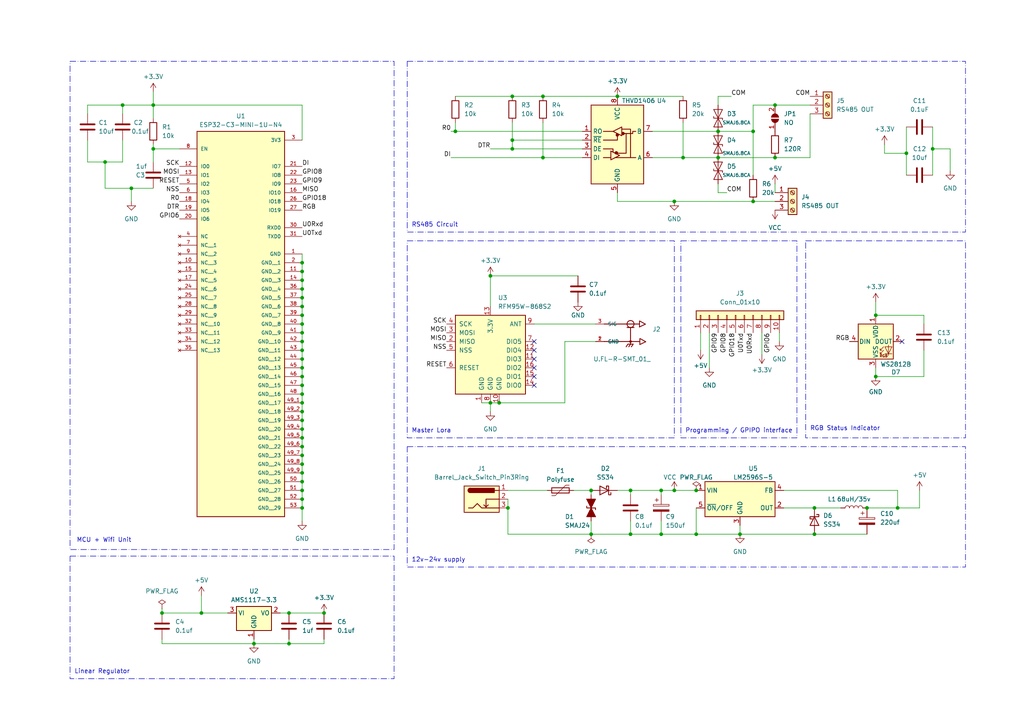
<source format=kicad_sch>
(kicad_sch (version 20250114) (generator "eeschema") (generator_version "9.0")
  (paper "A4")
  (title_block (title "Master Node") (date "2025-07-02") (company "PCBCUPID") (comment 1 "AUTHOR : SRINIVASAN M"))
  (lib_symbols
    (symbol "Connector:Barrel_Jack_Switch_Pin3Ring" (pin_names (hide yes))
      (property "Reference" "J" (at 0 5.334 0))
      (property "Value" "Barrel_Jack_Switch_Pin3Ring" (at 0 -5.08 0))
      (symbol "Barrel_Jack_Switch_Pin3Ring_1_1"
        (pin passive line (at 7.62 2.54 180) (length 2.54) (name "~") (number "1"))
        (pin passive line (at 7.62 0 180) (length 2.54) (name "~") (number "2"))
        (pin passive line (at 7.62 -2.54 180) (length 2.54) (name "~") (number "3"))
      )
    )
    (symbol "Connector:Screw_Terminal_01x03" (pin_names (offset 1.016) (hide yes))
      (property "Reference" "J" (at 0 5.08 0))
      (property "Value" "Screw_Terminal_01x03" (at 0 -5.08 0))
      (symbol "Screw_Terminal_01x03_1_1"
        (pin passive line (at -5.08 2.54 0) (length 3.81) (name "Pin_1") (number "1"))
        (pin passive line (at -5.08 0 0) (length 3.81) (name "Pin_2") (number "2"))
        (pin passive line (at -5.08 -2.54 0) (length 3.81) (name "Pin_3") (number "3"))
      )
    )
    (symbol "Connector_Generic:Conn_01x10" (pin_names (offset 1.016) (hide yes))
      (property "Reference" "J" (at 0 12.7 0))
      (property "Value" "Conn_01x10" (at 0 -15.24 0))
      (symbol "Conn_01x10_1_1"
        (pin passive line (at -5.08 10.16 0) (length 3.81) (name "Pin_1") (number "1"))
        (pin passive line (at -5.08 7.62 0) (length 3.81) (name "Pin_2") (number "2"))
        (pin passive line (at -5.08 5.08 0) (length 3.81) (name "Pin_3") (number "3"))
        (pin passive line (at -5.08 2.54 0) (length 3.81) (name "Pin_4") (number "4"))
        (pin passive line (at -5.08 0 0) (length 3.81) (name "Pin_5") (number "5"))
        (pin passive line (at -5.08 -2.54 0) (length 3.81) (name "Pin_6") (number "6"))
        (pin passive line (at -5.08 -5.08 0) (length 3.81) (name "Pin_7") (number "7"))
        (pin passive line (at -5.08 -7.62 0) (length 3.81) (name "Pin_8") (number "8"))
        (pin passive line (at -5.08 -10.16 0) (length 3.81) (name "Pin_9") (number "9"))
        (pin passive line (at -5.08 -12.7 0) (length 3.81) (name "Pin_10") (number "10"))
      )
    )
    (symbol "Device:C" (pin_numbers (hide yes)) (pin_names (offset 0.254))
      (property "Reference" "C" (at 0.635 2.54 0))
      (property "Value" "C" (at 0.635 -2.54 0))
      (symbol "C_1_1"
        (pin passive line (at 0 3.81 270) (length 2.794) (name "~") (number "1"))
        (pin passive line (at 0 -3.81 90) (length 2.794) (name "~") (number "2"))
      )
    )
    (symbol "Device:C_Polarized" (pin_numbers (hide yes)) (pin_names (offset 0.254))
      (property "Reference" "C" (at 0.635 2.54 0))
      (property "Value" "C_Polarized" (at 0.635 -2.54 0))
      (symbol "C_Polarized_1_1"
        (pin passive line (at 0 3.81 270) (length 2.794) (name "~") (number "1"))
        (pin passive line (at 0 -3.81 90) (length 2.794) (name "~") (number "2"))
      )
    )
    (symbol "Device:D_Schottky" (pin_numbers (hide yes)) (pin_names (offset 1.016) (hide yes))
      (property "Reference" "D" (at 0 2.54 0))
      (property "Value" "D_Schottky" (at 0 -2.54 0))
      (symbol "D_Schottky_1_1"
        (pin passive line (at -3.81 0 0) (length 2.54) (name "K") (number "1"))
        (pin passive line (at 3.81 0 180) (length 2.54) (name "A") (number "2"))
      )
    )
    (symbol "Device:D_TVS_Filled" (pin_numbers (hide yes)) (pin_names (offset 1.016) (hide yes))
      (property "Reference" "D" (at 0 2.54 0))
      (property "Value" "D_TVS_Filled" (at 0 -2.54 0))
      (symbol "D_TVS_Filled_1_1"
        (pin passive line (at -3.81 0 0) (length 2.54) (name "A1") (number "1"))
        (pin passive line (at 3.81 0 180) (length 2.54) (name "A2") (number "2"))
      )
    )
    (symbol "Device:L" (pin_numbers (hide yes)) (pin_names (offset 1.016) (hide yes))
      (property "Reference" "L" (at -1.27 0 90))
      (property "Value" "L" (at 1.905 0 90))
      (symbol "L_1_1"
        (pin passive line (at 0 3.81 270) (length 1.27) (name "1") (number "1"))
        (pin passive line (at 0 -3.81 90) (length 1.27) (name "2") (number "2"))
      )
    )
    (symbol "Device:Polyfuse" (pin_numbers (hide yes)) (pin_names (offset 0))
      (property "Reference" "F" (at -2.54 0 90))
      (property "Value" "Polyfuse" (at 2.54 0 90))
      (symbol "Polyfuse_1_1"
        (pin passive line (at 0 3.81 270) (length 1.27) (name "~") (number "1"))
        (pin passive line (at 0 -3.81 90) (length 1.27) (name "~") (number "2"))
      )
    )
    (symbol "Device:R" (pin_numbers (hide yes)) (pin_names (offset 0))
      (property "Reference" "R" (at 2.032 0 90))
      (property "Value" "R" (at 0 0 90))
      (symbol "R_1_1"
        (pin passive line (at 0 3.81 270) (length 1.27) (name "~") (number "1"))
        (pin passive line (at 0 -3.81 90) (length 1.27) (name "~") (number "2"))
      )
    )
    (symbol "Diode:1N5822" (pin_numbers (hide yes)) (pin_names (offset 1.016) (hide yes))
      (property "Reference" "D" (at 0 2.54 0))
      (property "Value" "1N5822" (at 0 -2.54 0))
      (symbol "1N5822_1_1"
        (pin passive line (at -3.81 0 0) (length 2.54) (name "K") (number "1"))
        (pin passive line (at 3.81 0 180) (length 2.54) (name "A") (number "2"))
      )
    )
    (symbol "Diode:SMAJ6.5CA" (pin_numbers (hide yes)) (pin_names (offset 1.016) (hide yes))
      (property "Reference" "D" (at 0 2.54 0))
      (property "Value" "SMAJ6.5CA" (at 0 -2.54 0))
      (symbol "SMAJ6.5CA_1_1"
        (pin passive line (at -3.81 0 0) (length 2.54) (name "A1") (number "1"))
        (pin passive line (at 3.81 0 180) (length 2.54) (name "A2") (number "2"))
      )
    )
    (symbol "ESP32-C3-MINI-1U-N4:ESP32-C3-MINI-1U-N4" (pin_names (offset 1.016))
      (property "Reference" "U" (at -12.7 18.796 0))
      (property "Value" "ESP32-C3-MINI-1U-N4" (at -12.7 -96.52 0))
      (symbol "ESP32-C3-MINI-1U-N4_0_0"
        (pin input line (at -17.78 12.7 0) (length 5.08) (name "EN") (number "8"))
        (pin bidirectional line (at -17.78 7.62 0) (length 5.08) (name "IO0") (number "12"))
        (pin bidirectional line (at -17.78 5.08 0) (length 5.08) (name "IO1") (number "13"))
        (pin bidirectional line (at -17.78 2.54 0) (length 5.08) (name "IO2") (number "5"))
        (pin bidirectional line (at -17.78 0 0) (length 5.08) (name "IO3") (number "6"))
        (pin bidirectional line (at -17.78 -2.54 0) (length 5.08) (name "IO4") (number "18"))
        (pin bidirectional line (at -17.78 -5.08 0) (length 5.08) (name "IO5") (number "19"))
        (pin bidirectional line (at -17.78 -7.62 0) (length 5.08) (name "IO6") (number "20"))
        (pin no_connect line (at -17.78 -12.7 0) (length 5.08) (name "NC") (number "4"))
        (pin no_connect line (at -17.78 -15.24 0) (length 5.08) (name "NC__1") (number "7"))
        (pin no_connect line (at -17.78 -17.78 0) (length 5.08) (name "NC__2") (number "9"))
        (pin no_connect line (at -17.78 -20.32 0) (length 5.08) (name "NC__3") (number "10"))
        (pin no_connect line (at -17.78 -22.86 0) (length 5.08) (name "NC__4") (number "15"))
        (pin no_connect line (at -17.78 -25.4 0) (length 5.08) (name "NC__5") (number "17"))
        (pin no_connect line (at -17.78 -27.94 0) (length 5.08) (name "NC__6") (number "24"))
        (pin no_connect line (at -17.78 -30.48 0) (length 5.08) (name "NC__7") (number "25"))
        (pin no_connect line (at -17.78 -33.02 0) (length 5.08) (name "NC__8") (number "28"))
        (pin no_connect line (at -17.78 -35.56 0) (length 5.08) (name "NC__9") (number "29"))
        (pin no_connect line (at -17.78 -38.1 0) (length 5.08) (name "NC__10") (number "32"))
        (pin no_connect line (at -17.78 -40.64 0) (length 5.08) (name "NC__11") (number "33"))
        (pin no_connect line (at -17.78 -43.18 0) (length 5.08) (name "NC__12") (number "34"))
        (pin no_connect line (at -17.78 -45.72 0) (length 5.08) (name "NC__13") (number "35"))
        (pin power_in line (at 17.78 15.24 180) (length 5.08) (name "3V3") (number "3"))
        (pin bidirectional line (at 17.78 7.62 180) (length 5.08) (name "IO7") (number "21"))
        (pin bidirectional line (at 17.78 5.08 180) (length 5.08) (name "IO8") (number "22"))
        (pin bidirectional line (at 17.78 2.54 180) (length 5.08) (name "IO9") (number "23"))
        (pin bidirectional line (at 17.78 0 180) (length 5.08) (name "IO10") (number "16"))
        (pin bidirectional line (at 17.78 -2.54 180) (length 5.08) (name "IO18") (number "26"))
        (pin bidirectional line (at 17.78 -5.08 180) (length 5.08) (name "IO19") (number "27"))
        (pin bidirectional line (at 17.78 -10.16 180) (length 5.08) (name "RXD0") (number "30"))
        (pin bidirectional line (at 17.78 -12.7 180) (length 5.08) (name "TXD0") (number "31"))
        (pin power_in line (at 17.78 -17.78 180) (length 5.08) (name "GND") (number "1"))
        (pin power_in line (at 17.78 -20.32 180) (length 5.08) (name "GND__1") (number "2"))
        (pin power_in line (at 17.78 -22.86 180) (length 5.08) (name "GND__2") (number "11"))
        (pin power_in line (at 17.78 -25.4 180) (length 5.08) (name "GND__3") (number "14"))
        (pin power_in line (at 17.78 -27.94 180) (length 5.08) (name "GND__4") (number "36"))
        (pin power_in line (at 17.78 -30.48 180) (length 5.08) (name "GND__5") (number "37"))
        (pin power_in line (at 17.78 -33.02 180) (length 5.08) (name "GND__6") (number "38"))
        (pin power_in line (at 17.78 -35.56 180) (length 5.08) (name "GND__7") (number "39"))
        (pin power_in line (at 17.78 -38.1 180) (length 5.08) (name "GND__8") (number "40"))
        (pin power_in line (at 17.78 -40.64 180) (length 5.08) (name "GND__9") (number "41"))
        (pin power_in line (at 17.78 -43.18 180) (length 5.08) (name "GND__10") (number "42"))
        (pin power_in line (at 17.78 -45.72 180) (length 5.08) (name "GND__11") (number "43"))
        (pin power_in line (at 17.78 -48.26 180) (length 5.08) (name "GND__12") (number "44"))
        (pin power_in line (at 17.78 -50.8 180) (length 5.08) (name "GND__13") (number "45"))
        (pin power_in line (at 17.78 -53.34 180) (length 5.08) (name "GND__14") (number "46"))
        (pin power_in line (at 17.78 -55.88 180) (length 5.08) (name "GND__15") (number "47"))
        (pin power_in line (at 17.78 -58.42 180) (length 5.08) (name "GND__16") (number "48"))
        (pin power_in line (at 17.78 -60.96 180) (length 5.08) (name "GND__17") (number "49_1"))
        (pin power_in line (at 17.78 -63.5 180) (length 5.08) (name "GND__18") (number "49_2"))
        (pin power_in line (at 17.78 -66.04 180) (length 5.08) (name "GND__19") (number "49_3"))
        (pin power_in line (at 17.78 -68.58 180) (length 5.08) (name "GND__20") (number "49_4"))
        (pin power_in line (at 17.78 -71.12 180) (length 5.08) (name "GND__21") (number "49_5"))
        (pin power_in line (at 17.78 -73.66 180) (length 5.08) (name "GND__22") (number "49_6"))
        (pin power_in line (at 17.78 -76.2 180) (length 5.08) (name "GND__23") (number "49_7"))
        (pin power_in line (at 17.78 -78.74 180) (length 5.08) (name "GND__24") (number "49_8"))
        (pin power_in line (at 17.78 -81.28 180) (length 5.08) (name "GND__25") (number "49_9"))
        (pin power_in line (at 17.78 -83.82 180) (length 5.08) (name "GND__26") (number "50"))
        (pin power_in line (at 17.78 -86.36 180) (length 5.08) (name "GND__27") (number "51"))
        (pin power_in line (at 17.78 -88.9 180) (length 5.08) (name "GND__28") (number "52"))
        (pin power_in line (at 17.78 -91.44 180) (length 5.08) (name "GND__29") (number "53"))
      )
    )
    (symbol "Interface_UART:MAX485E"
      (property "Reference" "U" (at -6.096 11.43 0))
      (property "Value" "MAX485E" (at 0.762 11.43 0))
      (symbol "MAX485E_1_1"
        (pin output line (at -10.16 2.54 0) (length 2.54) (name "RO") (number "1"))
        (pin input line (at -10.16 0 0) (length 2.54) (name "~{RE}") (number "2"))
        (pin input line (at -10.16 -2.54 0) (length 2.54) (name "DE") (number "3"))
        (pin input line (at -10.16 -5.08 0) (length 2.54) (name "DI") (number "4"))
        (pin power_in line (at 0 12.7 270) (length 2.54) (name "VCC") (number "8"))
        (pin power_in line (at 0 -15.24 90) (length 2.54) (name "GND") (number "5"))
        (pin bidirectional line (at 10.16 2.54 180) (length 2.54) (name "B") (number "7"))
        (pin bidirectional line (at 10.16 -5.08 180) (length 2.54) (name "A") (number "6"))
      )
    )
    (symbol "Jumper:SolderJumper_2_Open" (pin_names (offset 0) (hide yes))
      (property "Reference" "JP" (at 0 2.032 0))
      (property "Value" "SolderJumper_2_Open" (at 0 -2.54 0))
      (symbol "SolderJumper_2_Open_1_1"
        (pin passive line (at -3.81 0 0) (length 2.54) (name "A") (number "1"))
        (pin passive line (at 3.81 0 180) (length 2.54) (name "B") (number "2"))
      )
    )
    (symbol "LED:WS2812B" (pin_names (offset 0.254))
      (property "Reference" "D" (at 5.08 5.715 0))
      (property "Value" "WS2812B" (at 1.27 -5.715 0))
      (symbol "WS2812B_0_0"
        (text "RGB" (at 2.286 -4.191 0) (effects (font (size 0.762 0.762))))
      )
      (symbol "WS2812B_1_1"
        (pin input line (at -7.62 0 0) (length 2.54) (name "DIN") (number "4"))
        (pin power_in line (at 0 7.62 270) (length 2.54) (name "VDD") (number "1"))
        (pin power_in line (at 0 -7.62 90) (length 2.54) (name "VSS") (number "3"))
        (pin output line (at 7.62 0 180) (length 2.54) (name "DOUT") (number "2"))
      )
    )
    (symbol "RF_Module:RFM95W-868S2" (pin_names (offset 1.016))
      (property "Reference" "U" (at -10.414 11.684 0))
      (property "Value" "RFM95W-868S2" (at 1.524 11.43 0))
      (symbol "RFM95W-868S2_1_1"
        (pin input line (at -12.7 7.62 0) (length 2.54) (name "SCK") (number "4"))
        (pin input line (at -12.7 5.08 0) (length 2.54) (name "MOSI") (number "3"))
        (pin output line (at -12.7 2.54 0) (length 2.54) (name "MISO") (number "2"))
        (pin input line (at -12.7 0 0) (length 2.54) (name "NSS") (number "5"))
        (pin bidirectional line (at -12.7 -5.08 0) (length 2.54) (name "RESET") (number "6"))
        (pin power_in line (at -2.54 -15.24 90) (length 2.54) (name "GND") (number "1"))
        (pin power_in line (at 0 12.7 270) (length 2.54) (name "3.3V") (number "13"))
        (pin power_in line (at 0 -15.24 90) (length 2.54) (name "GND") (number "8"))
        (pin power_in line (at 2.54 -15.24 90) (length 2.54) (name "GND") (number "10"))
        (pin bidirectional line (at 12.7 7.62 180) (length 2.54) (name "ANT") (number "9"))
        (pin bidirectional line (at 12.7 2.54 180) (length 2.54) (name "DIO5") (number "7"))
        (pin bidirectional line (at 12.7 0 180) (length 2.54) (name "DIO4") (number "12"))
        (pin bidirectional line (at 12.7 -2.54 180) (length 2.54) (name "DIO3") (number "11"))
        (pin bidirectional line (at 12.7 -5.08 180) (length 2.54) (name "DIO2") (number "16"))
        (pin bidirectional line (at 12.7 -7.62 180) (length 2.54) (name "DIO1") (number "15"))
        (pin bidirectional line (at 12.7 -10.16 180) (length 2.54) (name "DIO0") (number "14"))
      )
    )
    (symbol "Regulator_Linear:AMS1117-3.3"
      (property "Reference" "U" (at -3.81 3.175 0))
      (property "Value" "AMS1117-3.3" (at 0 3.175 0))
      (symbol "AMS1117-3.3_1_1"
        (pin power_in line (at -7.62 0 0) (length 2.54) (name "VI") (number "3"))
        (pin power_in line (at 0 -7.62 90) (length 2.54) (name "GND") (number "1"))
        (pin power_out line (at 7.62 0 180) (length 2.54) (name "VO") (number "2"))
      )
    )
    (symbol "Regulator_Switching:LM2596S-5"
      (property "Reference" "U" (at -10.16 6.35 0))
      (property "Value" "LM2596S-5" (at 0 6.35 0))
      (symbol "LM2596S-5_1_1"
        (pin power_in line (at -12.7 2.54 0) (length 2.54) (name "VIN") (number "1"))
        (pin input line (at -12.7 -2.54 0) (length 2.54) (name "~{ON}/OFF") (number "5"))
        (pin power_in line (at 0 -7.62 90) (length 2.54) (name "GND") (number "3"))
        (pin input line (at 12.7 2.54 180) (length 2.54) (name "FB") (number "4"))
        (pin output line (at 12.7 -2.54 180) (length 2.54) (name "OUT") (number "2"))
      )
    )
    (symbol "U.FL-R-SMT_01_:U.FL-R-SMT_01_" (pin_names (offset 1.016))
      (property "Reference" "J" (at -3.8186 4.0731 0))
      (property "Value" "U.FL-R-SMT_01_" (at -4.3278 -5.6007 0))
      (symbol "U.FL-R-SMT_01__0_0"
        (pin passive line (at -10.16 2.54 0) (length 2.54) (name "SIG") (number "3"))
        (pin passive line (at -10.16 -2.54 0) (length 2.54) (name "GND") (number "1"))
        (pin passive line (at -10.16 -2.54 0) (length 2.54) (name "GND") (number "2"))
      )
    )
    (symbol "power:+3.3V" (power) (pin_names (offset 0))
      (property "Value" "+3.3V" (at 0 3.556 0))
      (symbol "+3.3V_1_1"
        (pin power_in line (at 0 0 90) (length 0) (hide yes) (name "+3.3V") (number "1"))
      )
    )
    (symbol "power:+5V" (power) (pin_names (offset 0))
      (property "Value" "+5V" (at 0 3.556 0))
      (symbol "+5V_1_1"
        (pin power_in line (at 0 0 90) (length 0) (hide yes) (name "+5V") (number "1"))
      )
    )
    (symbol "power:GND" (power) (pin_names (offset 0))
      (property "Value" "GND" (at 0 -3.81 0))
      (symbol "GND_1_1"
        (pin power_in line (at 0 0 270) (length 0) (hide yes) (name "GND") (number "1"))
      )
    )
    (symbol "power:PWR_FLAG" (power) (pin_numbers (hide yes)) (pin_names (offset 0) (hide yes))
      (property "Value" "PWR_FLAG" (at 0 3.81 0))
      (symbol "PWR_FLAG_0_0"
        (pin power_out line (at 0 0 90) (length 0) (name "pwr") (number "1"))
      )
    )
    (symbol "power:VCC" (power) (pin_names (offset 0))
      (property "Value" "VCC" (at 0 3.81 0))
      (symbol "VCC_1_1"
        (pin power_in line (at 0 0 90) (length 0) (hide yes) (name "VCC") (number "1"))
      )
    )
  )
  (rectangle (start 233.68 69.85) (end 280.035 127) (stroke (width 0) (type dash_dot)))
  (rectangle (start 20.32 161.29) (end 114.3 196.85) (stroke (width 0) (type dash_dot)))
  (rectangle (start 118.11 129.54) (end 280.035 164.465) (stroke (width 0) (type dash_dot)))
  (rectangle (start 20.32 17.78) (end 114.3 159.385) (stroke (width 0) (type dash_dot)))
  (rectangle (start 118.11 69.85) (end 195.58 127) (stroke (width 0) (type dash_dot)))
  (rectangle (start 197.485 69.85) (end 231.14 127) (stroke (width 0) (type dash_dot)))
  (rectangle (start 118.11 17.78) (end 280.035 67.31) (stroke (width 0) (type dash_dot)))
  (text "MCU + Wifi Unit\n" (at 22.225 157.48 0) (effects (font (size 1.27 1.27)) (justify left bottom)))
  (text "Programming / GPIPO interface" (at 198.755 125.73 0) (effects (font (size 1.27 1.27)) (justify left bottom)))
  (text "Master Lora" (at 119.38 125.73 0) (effects (font (size 1.27 1.27)) (justify left bottom)))
  (text "12v-24v supply" (at 119.38 163.195 0) (effects (font (size 1.27 1.27)) (justify left bottom)))
  (text "RS485 Circuit" (at 119.38 66.04 0) (effects (font (size 1.27 1.27)) (justify left bottom)))
  (text "Linear Regulator\n" (at 21.59 195.58 0) (effects (font (size 1.27 1.27)) (justify left bottom)))
  (text "RGB Status Indicator" (at 234.95 125.095 0) (effects (font (size 1.27 1.27)) (justify left bottom)))
  (junction (at 201.93 142.24))
  (junction (at 87.63 86.36))
  (junction (at 147.32 147.32))
  (junction (at 87.63 114.3))
  (junction (at 87.63 109.22))
  (junction (at 157.48 27.94))
  (junction (at 144.78 116.84))
  (junction (at 87.63 137.16))
  (junction (at 87.63 116.84))
  (junction (at 87.63 106.68))
  (junction (at 38.1 54.61))
  (junction (at 87.63 111.76))
  (junction (at 46.99 177.8))
  (junction (at 262.89 44.45))
  (junction (at 208.28 38.1))
  (junction (at 35.56 30.48))
  (junction (at 191.77 142.24))
  (junction (at 157.48 45.72))
  (junction (at 87.63 139.7))
  (junction (at 191.77 154.94))
  (junction (at 148.59 43.18))
  (junction (at 236.22 147.32))
  (junction (at 93.98 177.8))
  (junction (at 142.24 80.01))
  (junction (at 83.82 177.8))
  (junction (at 87.63 96.52))
  (junction (at 87.63 101.6))
  (junction (at 87.63 124.46))
  (junction (at 208.28 45.72))
  (junction (at 44.45 43.18))
  (junction (at 87.63 119.38))
  (junction (at 87.63 147.32))
  (junction (at 87.63 83.82))
  (junction (at 198.12 45.72))
  (junction (at 87.63 91.44))
  (junction (at 142.24 116.84))
  (junction (at 260.35 147.32))
  (junction (at 201.93 154.94))
  (junction (at 218.44 38.1))
  (junction (at 87.63 99.06))
  (junction (at 87.63 81.28))
  (junction (at 83.82 186.69))
  (junction (at 254 91.44))
  (junction (at 87.63 134.62))
  (junction (at 132.08 38.1))
  (junction (at 87.63 144.78))
  (junction (at 214.63 154.94))
  (junction (at 182.88 142.24))
  (junction (at 30.48 46.99))
  (junction (at 270.51 43.18))
  (junction (at 254 109.22))
  (junction (at 236.22 154.94))
  (junction (at 87.63 76.2))
  (junction (at 171.45 142.24))
  (junction (at 87.63 121.92))
  (junction (at 218.44 58.42))
  (junction (at 148.59 40.64))
  (junction (at 195.58 142.24))
  (junction (at 224.79 30.48))
  (junction (at 224.79 45.72))
  (junction (at 182.88 154.94))
  (junction (at 44.45 30.48))
  (junction (at 58.42 177.8))
  (junction (at 87.63 132.08))
  (junction (at 251.46 147.32))
  (junction (at 148.59 27.94))
  (junction (at 87.63 78.74))
  (junction (at 73.66 186.69))
  (junction (at 87.63 127))
  (junction (at 87.63 88.9))
  (junction (at 87.63 104.14))
  (junction (at 171.45 154.94))
  (junction (at 179.07 27.94))
  (junction (at 87.63 129.54))
  (junction (at 87.63 142.24))
  (junction (at 195.58 58.42))
  (junction (at 87.63 93.98))
  (no_connect (at 154.94 111.76))
  (no_connect (at 154.94 101.6))
  (no_connect (at 154.94 99.06))
  (no_connect (at 261.62 99.06))
  (no_connect (at 154.94 106.68))
  (no_connect (at 154.94 109.22))
  (no_connect (at 154.94 104.14))
  (wire (pts (xy 191.77 151.13) (xy 191.77 154.94)))
  (wire (pts (xy 201.93 147.32) (xy 201.93 154.94)))
  (wire (pts (xy 166.37 142.24) (xy 171.45 142.24)))
  (wire (pts (xy 87.63 101.6) (xy 87.63 104.14)))
  (wire (pts (xy 87.63 147.32) (xy 87.63 151.13)))
  (wire (pts (xy 234.95 33.02) (xy 234.95 45.72)))
  (wire (pts (xy 87.63 30.48) (xy 87.63 40.64)))
  (wire (pts (xy 142.24 116.84) (xy 144.78 116.84)))
  (wire (pts (xy 236.22 147.32) (xy 243.84 147.32)))
  (wire (pts (xy 87.63 129.54) (xy 87.63 132.08)))
  (wire (pts (xy 254 109.22) (xy 267.97 109.22)))
  (wire (pts (xy 157.48 45.72) (xy 168.91 45.72)))
  (wire (pts (xy 87.63 127) (xy 87.63 129.54)))
  (wire (pts (xy 208.28 45.72) (xy 224.79 45.72)))
  (wire (pts (xy 218.44 30.48) (xy 224.79 30.48)))
  (wire (pts (xy 44.45 30.48) (xy 87.63 30.48)))
  (wire (pts (xy 142.24 80.01) (xy 142.24 88.9)))
  (wire (pts (xy 87.63 99.06) (xy 87.63 101.6)))
  (wire (pts (xy 44.45 26.67) (xy 44.45 30.48)))
  (wire (pts (xy 171.45 151.13) (xy 171.45 154.94)))
  (wire (pts (xy 87.63 121.92) (xy 87.63 124.46)))
  (wire (pts (xy 198.12 45.72) (xy 208.28 45.72)))
  (wire (pts (xy 148.59 43.18) (xy 168.91 43.18)))
  (wire (pts (xy 262.89 44.45) (xy 262.89 50.8)))
  (wire (pts (xy 83.82 185.42) (xy 83.82 186.69)))
  (wire (pts (xy 30.48 46.99) (xy 35.56 46.99)))
  (wire (pts (xy 148.59 40.64) (xy 148.59 43.18)))
  (wire (pts (xy 256.54 41.91) (xy 256.54 44.45)))
  (wire (pts (xy 87.63 78.74) (xy 87.63 81.28)))
  (wire (pts (xy 35.56 30.48) (xy 25.4 30.48)))
  (wire (pts (xy 35.56 30.48) (xy 35.56 33.02)))
  (wire (pts (xy 46.99 176.53) (xy 46.99 177.8)))
  (wire (pts (xy 87.63 86.36) (xy 87.63 88.9)))
  (wire (pts (xy 81.28 177.8) (xy 83.82 177.8)))
  (wire (pts (xy 198.12 35.56) (xy 198.12 45.72)))
  (wire (pts (xy 172.72 99.06) (xy 163.83 99.06)))
  (wire (pts (xy 87.63 104.14) (xy 87.63 106.68)))
  (wire (pts (xy 275.59 43.18) (xy 275.59 49.53)))
  (wire (pts (xy 270.51 43.18) (xy 270.51 50.8)))
  (wire (pts (xy 30.48 54.61) (xy 38.1 54.61)))
  (wire (pts (xy 214.63 152.4) (xy 214.63 154.94)))
  (wire (pts (xy 205.74 96.52) (xy 205.74 106.68)))
  (wire (pts (xy 25.4 46.99) (xy 30.48 46.99)))
  (wire (pts (xy 87.63 81.28) (xy 87.63 83.82)))
  (wire (pts (xy 44.45 30.48) (xy 44.45 34.29)))
  (wire (pts (xy 208.28 27.94) (xy 212.09 27.94)))
  (wire (pts (xy 144.78 116.84) (xy 163.83 116.84)))
  (wire (pts (xy 87.63 119.38) (xy 87.63 121.92)))
  (wire (pts (xy 44.45 43.18) (xy 44.45 46.99)))
  (wire (pts (xy 147.32 144.78) (xy 147.32 147.32)))
  (wire (pts (xy 142.24 43.18) (xy 148.59 43.18)))
  (wire (pts (xy 251.46 147.32) (xy 260.35 147.32)))
  (wire (pts (xy 227.33 147.32) (xy 236.22 147.32)))
  (wire (pts (xy 130.81 45.72) (xy 157.48 45.72)))
  (wire (pts (xy 87.63 124.46) (xy 87.63 127)))
  (wire (pts (xy 44.45 41.91) (xy 44.45 43.18)))
  (wire (pts (xy 214.63 154.94) (xy 236.22 154.94)))
  (wire (pts (xy 87.63 134.62) (xy 87.63 137.16)))
  (wire (pts (xy 195.58 58.42) (xy 218.44 58.42)))
  (wire (pts (xy 234.95 45.72) (xy 224.79 45.72)))
  (wire (pts (xy 191.77 142.24) (xy 191.77 143.51)))
  (wire (pts (xy 179.07 142.24) (xy 182.88 142.24)))
  (wire (pts (xy 93.98 186.69) (xy 93.98 185.42)))
  (wire (pts (xy 46.99 177.8) (xy 58.42 177.8)))
  (wire (pts (xy 224.79 53.34) (xy 224.79 55.88)))
  (wire (pts (xy 182.88 154.94) (xy 191.77 154.94)))
  (wire (pts (xy 148.59 35.56) (xy 148.59 40.64)))
  (wire (pts (xy 87.63 96.52) (xy 87.63 99.06)))
  (wire (pts (xy 208.28 30.48) (xy 208.28 27.94)))
  (wire (pts (xy 262.89 44.45) (xy 256.54 44.45)))
  (wire (pts (xy 195.58 142.24) (xy 201.93 142.24)))
  (wire (pts (xy 270.51 36.83) (xy 270.51 43.18)))
  (wire (pts (xy 267.97 91.44) (xy 267.97 93.98)))
  (wire (pts (xy 224.79 30.48) (xy 234.95 30.48)))
  (wire (pts (xy 147.32 142.24) (xy 158.75 142.24)))
  (wire (pts (xy 87.63 106.68) (xy 87.63 109.22)))
  (wire (pts (xy 38.1 54.61) (xy 38.1 58.42)))
  (wire (pts (xy 132.08 27.94) (xy 148.59 27.94)))
  (wire (pts (xy 46.99 186.69) (xy 73.66 186.69)))
  (wire (pts (xy 25.4 40.64) (xy 25.4 46.99)))
  (wire (pts (xy 171.45 142.24) (xy 171.45 143.51)))
  (wire (pts (xy 25.4 30.48) (xy 25.4 33.02)))
  (wire (pts (xy 130.81 38.1) (xy 132.08 38.1)))
  (wire (pts (xy 182.88 142.24) (xy 182.88 143.51)))
  (wire (pts (xy 208.28 38.1) (xy 218.44 38.1)))
  (wire (pts (xy 87.63 88.9) (xy 87.63 91.44)))
  (wire (pts (xy 73.66 185.42) (xy 73.66 186.69)))
  (wire (pts (xy 189.23 45.72) (xy 198.12 45.72)))
  (wire (pts (xy 87.63 83.82) (xy 87.63 86.36)))
  (wire (pts (xy 227.33 142.24) (xy 260.35 142.24)))
  (wire (pts (xy 38.1 54.61) (xy 44.45 54.61)))
  (wire (pts (xy 87.63 111.76) (xy 87.63 114.3)))
  (wire (pts (xy 182.88 142.24) (xy 191.77 142.24)))
  (wire (pts (xy 87.63 142.24) (xy 87.63 144.78)))
  (wire (pts (xy 87.63 76.2) (xy 87.63 78.74)))
  (wire (pts (xy 87.63 144.78) (xy 87.63 147.32)))
  (wire (pts (xy 218.44 58.42) (xy 224.79 58.42)))
  (wire (pts (xy 87.63 91.44) (xy 87.63 93.98)))
  (wire (pts (xy 35.56 46.99) (xy 35.56 40.64)))
  (wire (pts (xy 210.82 55.88) (xy 208.28 55.88)))
  (wire (pts (xy 87.63 139.7) (xy 87.63 142.24)))
  (wire (pts (xy 148.59 40.64) (xy 168.91 40.64)))
  (wire (pts (xy 262.89 36.83) (xy 262.89 44.45)))
  (wire (pts (xy 203.2 96.52) (xy 203.2 101.6)))
  (wire (pts (xy 87.63 109.22) (xy 87.63 111.76)))
  (wire (pts (xy 189.23 38.1) (xy 208.28 38.1)))
  (wire (pts (xy 58.42 177.8) (xy 58.42 172.72)))
  (wire (pts (xy 83.82 186.69) (xy 93.98 186.69)))
  (wire (pts (xy 267.97 101.6) (xy 267.97 109.22)))
  (wire (pts (xy 148.59 27.94) (xy 157.48 27.94)))
  (wire (pts (xy 220.98 96.52) (xy 220.98 102.87)))
  (wire (pts (xy 254 106.68) (xy 254 109.22)))
  (wire (pts (xy 46.99 185.42) (xy 46.99 186.69)))
  (wire (pts (xy 142.24 116.84) (xy 142.24 119.38)))
  (wire (pts (xy 58.42 177.8) (xy 66.04 177.8)))
  (wire (pts (xy 226.06 96.52) (xy 226.06 99.06)))
  (wire (pts (xy 218.44 38.1) (xy 218.44 50.8)))
  (wire (pts (xy 87.63 73.66) (xy 87.63 76.2)))
  (wire (pts (xy 236.22 154.94) (xy 251.46 154.94)))
  (wire (pts (xy 179.07 58.42) (xy 195.58 58.42)))
  (wire (pts (xy 147.32 154.94) (xy 171.45 154.94)))
  (wire (pts (xy 147.32 147.32) (xy 147.32 154.94)))
  (wire (pts (xy 254 87.63) (xy 254 91.44)))
  (wire (pts (xy 44.45 30.48) (xy 35.56 30.48)))
  (wire (pts (xy 218.44 38.1) (xy 218.44 30.48)))
  (wire (pts (xy 83.82 177.8) (xy 93.98 177.8)))
  (wire (pts (xy 87.63 93.98) (xy 87.63 96.52)))
  (wire (pts (xy 87.63 114.3) (xy 87.63 116.84)))
  (wire (pts (xy 157.48 27.94) (xy 179.07 27.94)))
  (wire (pts (xy 87.63 137.16) (xy 87.63 139.7)))
  (wire (pts (xy 132.08 38.1) (xy 168.91 38.1)))
  (wire (pts (xy 171.45 154.94) (xy 182.88 154.94)))
  (wire (pts (xy 191.77 142.24) (xy 195.58 142.24)))
  (wire (pts (xy 87.63 116.84) (xy 87.63 119.38)))
  (wire (pts (xy 154.94 93.98) (xy 172.72 93.98)))
  (wire (pts (xy 179.07 27.94) (xy 198.12 27.94)))
  (wire (pts (xy 266.7 147.32) (xy 266.7 142.24)))
  (wire (pts (xy 179.07 55.88) (xy 179.07 58.42)))
  (wire (pts (xy 191.77 154.94) (xy 201.93 154.94)))
  (wire (pts (xy 139.7 116.84) (xy 142.24 116.84)))
  (wire (pts (xy 30.48 46.99) (xy 30.48 54.61)))
  (wire (pts (xy 260.35 147.32) (xy 266.7 147.32)))
  (wire (pts (xy 260.35 142.24) (xy 260.35 147.32)))
  (wire (pts (xy 163.83 99.06) (xy 163.83 116.84)))
  (wire (pts (xy 270.51 43.18) (xy 275.59 43.18)))
  (wire (pts (xy 142.24 80.01) (xy 167.64 80.01)))
  (wire (pts (xy 182.88 151.13) (xy 182.88 154.94)))
  (wire (pts (xy 157.48 35.56) (xy 157.48 45.72)))
  (wire (pts (xy 73.66 186.69) (xy 83.82 186.69)))
  (wire (pts (xy 87.63 132.08) (xy 87.63 134.62)))
  (wire (pts (xy 44.45 43.18) (xy 52.07 43.18)))
  (wire (pts (xy 201.93 154.94) (xy 214.63 154.94)))
  (wire (pts (xy 132.08 35.56) (xy 132.08 38.1)))
  (wire (pts (xy 254 91.44) (xy 267.97 91.44)))
  (wire (pts (xy 208.28 53.34) (xy 208.28 55.88)))
  (label "MOSI" (at 52.07 50.8 180))
  (label "GPIO8" (at 210.82 96.52 270))
  (label "NSS" (at 52.07 55.88 180))
  (label "SCK" (at 52.07 48.26 180))
  (label "DI" (at 87.63 48.26 0))
  (label "DTR" (at 142.24 43.18 180))
  (label "SCK" (at 129.54 93.98 180))
  (label "R0" (at 130.81 38.1 180))
  (label "DI" (at 130.81 45.72 180))
  (label "GPIO6" (at 223.52 96.52 270))
  (label "RESET" (at 52.07 53.34 180))
  (label "MISO" (at 129.54 99.06 180))
  (label "MOSI" (at 129.54 96.52 180))
  (label "RESET" (at 129.54 106.68 180))
  (label "GPIO6" (at 52.07 63.5 180))
  (label "RGB" (at 87.63 60.96 0))
  (label "U0Txd" (at 87.63 68.58 0))
  (label "GPIO9" (at 87.63 53.34 0))
  (label "NSS" (at 129.54 101.6 180))
  (label "GPIO18" (at 87.63 58.42 0))
  (label "GPIO18" (at 213.36 96.52 270))
  (label "COM" (at 210.82 55.88 0))
  (label "COM" (at 212.09 27.94 0))
  (label "GPIO9" (at 208.28 96.52 270))
  (label "U0Rxd" (at 218.44 96.52 270))
  (label "GPIO8" (at 87.63 50.8 0))
  (label "COM" (at 234.95 27.94 180))
  (label "RGB" (at 246.38 99.06 180))
  (label "R0" (at 52.07 58.42 180))
  (label "U0Rxd" (at 87.63 66.04 0))
  (label "MISO" (at 87.63 55.88 0))
  (label "DTR" (at 52.07 60.96 180))
  (label "U0Txd" (at 215.9 96.52 270))
  (symbol (lib_id "power:+5V") (at 203.2 101.6 180) (unit 1)
    (property "Reference" "#PWR013" (effects (hide yes)))
    (property "Value" "+5V" (at 203.2 106.045 0))
  )
  (symbol (lib_id "power:VCC") (at 224.79 60.96 180) (unit 1)
    (property "Reference" "#PWR018" (effects (hide yes)))
    (property "Value" "VCC" (at 224.79 66.04 0))
  )
  (symbol (lib_id "power:GND") (at 167.64 87.63 0) (unit 1)
    (property "Reference" "#PWR09" (effects (hide yes)))
    (property "Value" "GND" (at 167.64 91.44 0))
  )
  (symbol (lib_id "Device:R") (at 132.08 31.75 0) (unit 1)
    (property "Reference" "R2" (at 134.62 30.48 0) (effects (justify left)))
    (property "Value" "10k" (at 134.62 33.02 0) (effects (justify left)))
    (property "Footprint" "Resistor_SMD:R_0805_2012Metric_Pad1.20x1.40mm_HandSolder" (effects (hide yes)))
  )
  (symbol (lib_id "power:GND") (at 254 109.22 0) (unit 1)
    (property "Reference" "#PWR021" (effects (hide yes)))
    (property "Value" "GND" (at 254 113.665 0))
  )
  (symbol (lib_id "Device:C") (at 46.99 181.61 0) (unit 1)
    (property "Reference" "C4" (at 50.8 180.34 0) (effects (justify left)))
    (property "Value" "0.1uf" (at 50.8 182.88 0) (effects (justify left)))
    (property "Footprint" "Capacitor_SMD:C_0805_2012Metric_Pad1.18x1.45mm_HandSolder" (effects (hide yes)))
  )
  (symbol (lib_id "Device:C") (at 267.97 97.79 0) (unit 1)
    (property "Reference" "C13" (at 271.78 96.52 0) (effects (justify left)))
    (property "Value" "0.1uf" (at 271.78 99.06 0) (effects (justify left)))
    (property "Footprint" "Capacitor_SMD:C_0805_2012Metric_Pad1.18x1.45mm_HandSolder" (effects (hide yes)))
  )
  (symbol (lib_id "power:+3.3V") (at 142.24 80.01 0) (unit 1)
    (property "Reference" "#PWR07" (effects (hide yes)))
    (property "Value" "+3.3V" (at 142.24 75.565 0))
  )
  (symbol (lib_id "power:VCC") (at 195.58 142.24 0) (unit 1)
    (property "Reference" "#PWR012" (effects (hide yes)))
    (property "Value" "VCC" (at 194.31 138.43 0))
  )
  (symbol (lib_id "Device:C") (at 25.4 36.83 0) (unit 1)
    (property "Reference" "C1" (at 28.575 35.56 0) (effects (justify left)))
    (property "Value" "10uf" (at 28.575 38.1 0) (effects (justify left)))
    (property "Footprint" "Capacitor_SMD:C_0805_2012Metric_Pad1.18x1.45mm_HandSolder" (effects (hide yes)))
  )
  (symbol (lib_id "Diode:SMAJ6.5CA") (at 208.28 34.29 90) (unit 1)
    (property "Reference" "D3" (at 210.82 33.02 90) (effects (justify right)))
    (property "Value" "SMAJ6.8CA" (at 209.55 35.56 90) (effects (font (size 1 1)) (justify right)))
    (property "Footprint" "Diode_SMD:D_SMA" (effects (hide yes)))
    (property "Datasheet" "https://www.littelfuse.com/media?resourcetype=datasheets&itemid=75e32973-b177-4ee3-a0ff-cedaf1abdb93&filename=smaj-datasheet" (effects (hide yes)))
  )
  (symbol (lib_id "power:GND") (at 214.63 154.94 0) (unit 1)
    (property "Reference" "#PWR015" (effects (hide yes)))
    (property "Value" "GND" (at 214.63 160.02 0))
  )
  (symbol (lib_id "Device:Polyfuse") (at 162.56 142.24 90) (unit 1)
    (property "Reference" "F1" (at 162.56 136.525 90))
    (property "Value" "Polyfuse" (at 162.56 139.065 90))
    (property "Footprint" "Fuse:Fuse_1812_4532Metric_Pad1.30x3.40mm_HandSolder" (effects (hide yes)))
  )
  (symbol (lib_id "Connector:Screw_Terminal_01x03") (at 240.03 30.48 0) (unit 1)
    (property "Reference" "J5" (at 242.57 29.21 0) (effects (justify left)))
    (property "Value" "RS485 OUT" (at 242.57 31.75 0) (effects (justify left)))
    (property "Footprint" "TerminalBlock:TerminalBlock_bornier-3_P5.08mm" (effects (hide yes)))
  )
  (symbol (lib_id "power:GND") (at 142.24 119.38 0) (unit 1)
    (property "Reference" "#PWR08" (effects (hide yes)))
    (property "Value" "GND" (at 142.24 124.46 0))
  )
  (symbol (lib_id "Diode:1N5822") (at 236.22 151.13 270) (unit 1)
    (property "Reference" "D6" (at 238.76 149.5425 90) (effects (justify left)))
    (property "Value" "SS34" (at 238.76 152.0825 90) (effects (justify left)))
    (property "Footprint" "Diode_SMD:D_SMB_Handsoldering" (effects (hide yes)))
    (property "Datasheet" "http://www.vishay.com/docs/88526/1n5820.pdf" (effects (hide yes)))
  )
  (symbol (lib_id "Device:R") (at 224.79 41.91 0) (unit 1)
    (property "Reference" "R7" (at 227.33 40.64 0) (effects (justify left)))
    (property "Value" "120R" (at 227.33 43.18 0) (effects (justify left)))
    (property "Footprint" "Resistor_SMD:R_0805_2012Metric_Pad1.20x1.40mm_HandSolder" (effects (hide yes)))
  )
  (symbol (lib_id "Device:C") (at 167.64 83.82 0) (unit 1)
    (property "Reference" "C7" (at 170.815 82.55 0) (effects (justify left)))
    (property "Value" "0.1uf" (at 170.815 85.09 0) (effects (justify left)))
    (property "Footprint" "Capacitor_SMD:C_0805_2012Metric_Pad1.18x1.45mm_HandSolder" (effects (hide yes)))
  )
  (symbol (lib_id "power:+5V") (at 266.7 142.24 0) (unit 1)
    (property "Reference" "#PWR023" (effects (hide yes)))
    (property "Value" "+5V" (at 266.7 137.795 0))
  )
  (symbol (lib_id "Device:R") (at 218.44 54.61 0) (unit 1)
    (property "Reference" "R6" (at 220.98 53.34 0) (effects (justify left)))
    (property "Value" "20k" (at 220.98 55.88 0) (effects (justify left)))
    (property "Footprint" "Resistor_SMD:R_0805_2012Metric_Pad1.20x1.40mm_HandSolder" (effects (hide yes)))
  )
  (symbol (lib_id "power:PWR_FLAG") (at 201.93 142.24 0) (unit 1)
    (property "Reference" "#FLG03" (effects (hide yes)))
    (property "Value" "PWR_FLAG" (at 201.93 138.43 0))
  )
  (symbol (lib_id "Interface_UART:MAX485E") (at 179.07 40.64 0) (unit 1)
    (property "Reference" "U4" (at 190.5 29.21 0) (effects (justify left)))
    (property "Value" "THVD1406" (at 180.34 29.21 0) (effects (justify left)))
    (property "Footprint" "Package_SO:SO-8_5.3x6.2mm_P1.27mm" (effects (hide yes)))
    (property "Datasheet" "https://www.ti.com/lit/ds/symlink/thvd1406.pdf?ts=1751614038517&ref_url=https%253A%252F%252Fwww.google.com%252F" (effects (hide yes)))
  )
  (symbol (lib_id "ESP32-C3-MINI-1U-N4:ESP32-C3-MINI-1U-N4") (at 69.85 55.88 0) (unit 1)
    (property "Reference" "U1" (at 69.85 33.655 0))
    (property "Value" "ESP32-C3-MINI-1U-N4" (at 69.85 36.195 0))
    (property "Footprint" "ESP32_C3_MINI_1U_N4:XCVR_ESP32-C3-MINI-1U-N4" (effects (hide yes)))
    (property "PARTREV" "v1.0" (effects (hide yes)))
    (property "MANUFACTURER" "Espressif Systems" (effects (hide yes)))
    (property "MAXIMUM_PACKAGE_HEIGHT" "2.55mm" (effects (hide yes)))
    (property "STANDARD" "Manufacturer Recommendations" (effects (hide yes)))
  )
  (symbol (lib_id "Device:C_Polarized") (at 251.46 151.13 0) (unit 1)
    (property "Reference" "C10" (at 255.27 148.971 0) (effects (justify left)))
    (property "Value" "220uf" (at 255.27 151.511 0) (effects (justify left)))
    (property "Footprint" "Capacitor_SMD:CP_Elec_6.3x7.7" (effects (hide yes)))
  )
  (symbol (lib_id "Device:R") (at 157.48 31.75 0) (unit 1)
    (property "Reference" "R4" (at 160.02 30.48 0) (effects (justify left)))
    (property "Value" "10k" (at 160.02 33.02 0) (effects (justify left)))
    (property "Footprint" "Resistor_SMD:R_0805_2012Metric_Pad1.20x1.40mm_HandSolder" (effects (hide yes)))
  )
  (symbol (lib_id "power:+3.3V") (at 93.98 177.8 0) (unit 1)
    (property "Reference" "#PWR06" (effects (hide yes)))
    (property "Value" "+3.3V" (at 93.98 173.355 0))
  )
  (symbol (lib_id "power:+3.3V") (at 256.54 41.91 0) (unit 1)
    (property "Reference" "#PWR022" (effects (hide yes)))
    (property "Value" "+3.3V" (at 256.54 37.465 0))
  )
  (symbol (lib_id "power:+3.3V") (at 44.45 26.67 0) (unit 1)
    (property "Reference" "#PWR02" (effects (hide yes)))
    (property "Value" "+3.3V" (at 44.45 22.225 0))
  )
  (symbol (lib_id "Jumper:SolderJumper_2_Open") (at 224.79 34.29 90) (unit 1)
    (property "Reference" "JP1" (at 227.33 33.02 90) (effects (justify right)))
    (property "Value" "NO" (at 227.33 35.56 90) (effects (justify right)))
    (property "Footprint" "Resistor_SMD:R_0805_2012Metric_Pad1.20x1.40mm_HandSolder" (effects (hide yes)))
  )
  (symbol (lib_id "Regulator_Linear:AMS1117-3.3") (at 73.66 177.8 0) (unit 1)
    (property "Reference" "U2" (at 73.66 171.45 0))
    (property "Value" "AMS1117-3.3" (at 73.66 173.99 0))
    (property "Footprint" "Package_TO_SOT_SMD:SOT-223-3_TabPin2" (effects (hide yes)))
    (property "Datasheet" "http://www.advanced-monolithic.com/pdf/ds1117.pdf" (effects (hide yes)))
  )
  (symbol (lib_id "power:GND") (at 195.58 58.42 0) (unit 1)
    (property "Reference" "#PWR011" (effects (hide yes)))
    (property "Value" "GND" (at 195.58 63.5 0))
  )
  (symbol (lib_id "power:GND") (at 205.74 106.68 0) (unit 1)
    (property "Reference" "#PWR014" (effects (hide yes)))
    (property "Value" "GND" (at 205.74 111.76 0))
  )
  (symbol (lib_id "RF_Module:RFM95W-868S2") (at 142.24 101.6 0) (unit 1)
    (property "Reference" "U3" (at 144.4341 86.36 0) (effects (justify left)))
    (property "Value" "RFM95W-868S2" (at 144.4341 88.9 0) (effects (justify left)))
    (property "Footprint" "RF_Module:HOPERF_RFM9XW_SMD" (effects (hide yes)))
    (property "Datasheet" "https://www.hoperf.com/data/upload/portal/20181127/5bfcbea20e9ef.pdf" (effects (hide yes)))
  )
  (symbol (lib_id "Device:C") (at 44.45 50.8 0) (unit 1)
    (property "Reference" "C3" (at 39.37 50.8 0) (effects (justify left)))
    (property "Value" "1uf" (at 39.37 48.26 0) (effects (justify left)))
    (property "Footprint" "Capacitor_SMD:C_0805_2012Metric_Pad1.18x1.45mm_HandSolder" (effects (hide yes)))
  )
  (symbol (lib_id "power:+3.3V") (at 220.98 102.87 180) (unit 1)
    (property "Reference" "#PWR016" (effects (hide yes)))
    (property "Value" "+3.3V" (at 220.98 107.315 0))
  )
  (symbol (lib_id "power:PWR_FLAG") (at 171.45 154.94 180) (unit 1)
    (property "Reference" "#FLG02" (effects (hide yes)))
    (property "Value" "PWR_FLAG" (at 171.45 160.02 0))
  )
  (symbol (lib_id "Connector:Screw_Terminal_01x03") (at 229.87 58.42 0) (unit 1)
    (property "Reference" "J4" (at 232.41 57.15 0) (effects (justify left)))
    (property "Value" "RS485 OUT" (at 232.41 59.69 0) (effects (justify left)))
    (property "Footprint" "TerminalBlock:TerminalBlock_bornier-3_P5.08mm" (effects (hide yes)))
  )
  (symbol (lib_id "Diode:SMAJ6.5CA") (at 208.28 49.53 90) (unit 1)
    (property "Reference" "D5" (at 210.82 48.26 90) (effects (justify right)))
    (property "Value" "SMAJ6.8CA" (at 209.55 50.8 90) (effects (font (size 1 1)) (justify right)))
    (property "Footprint" "Diode_SMD:D_SMA" (effects (hide yes)))
    (property "Datasheet" "https://www.littelfuse.com/media?resourcetype=datasheets&itemid=75e32973-b177-4ee3-a0ff-cedaf1abdb93&filename=smaj-datasheet" (effects (hide yes)))
  )
  (symbol (lib_id "LED:WS2812B") (at 254 99.06 0) (unit 1)
    (property "Reference" "D7" (at 259.842 107.95 0))
    (property "Value" "WS2812B" (at 259.842 105.664 0))
    (property "Footprint" "LED_SMD:LED_WS2812B_PLCC4_5.0x5.0mm_P3.2mm" (effects (hide yes)))
    (property "Datasheet" "https://cdn-shop.adafruit.com/datasheets/WS2812B.pdf" (effects (hide yes)))
  )
  (symbol (lib_id "power:+5V") (at 224.79 53.34 0) (unit 1)
    (property "Reference" "#PWR017" (effects (hide yes)))
    (property "Value" "+5V" (at 224.79 48.895 0))
  )
  (symbol (lib_id "power:GND") (at 87.63 151.13 0) (unit 1)
    (property "Reference" "#PWR05" (effects (hide yes)))
    (property "Value" "GND" (at 87.63 156.21 0))
  )
  (symbol (lib_id "power:+5V") (at 58.42 172.72 0) (unit 1)
    (property "Reference" "#PWR03" (effects (hide yes)))
    (property "Value" "+5V" (at 58.42 168.275 0))
  )
  (symbol (lib_id "Device:D_TVS_Filled") (at 171.45 147.32 90) (unit 1)
    (property "Reference" "D1" (at 163.83 149.86 90) (effects (justify right)))
    (property "Value" "SMAJ24" (at 163.83 152.4 90) (effects (justify right)))
    (property "Footprint" "Diode_SMD:D_SMB_Handsoldering" (effects (hide yes)))
  )
  (symbol (lib_id "Diode:SMAJ6.5CA") (at 208.28 41.91 90) (unit 1)
    (property "Reference" "D4" (at 210.82 40.64 90) (effects (justify right)))
    (property "Value" "SMAJ6.8CA" (at 209.55 44.45 90) (effects (font (size 1 1)) (justify right)))
    (property "Footprint" "Diode_SMD:D_SMA" (effects (hide yes)))
    (property "Datasheet" "https://www.littelfuse.com/media?resourcetype=datasheets&itemid=75e32973-b177-4ee3-a0ff-cedaf1abdb93&filename=smaj-datasheet" (effects (hide yes)))
  )
  (symbol (lib_id "Device:D_Schottky") (at 175.26 142.24 180) (unit 1)
    (property "Reference" "D2" (at 175.5775 135.89 0))
    (property "Value" "SS34" (at 175.5775 138.43 0))
    (property "Footprint" "Diode_SMD:D_SMB_Handsoldering" (effects (hide yes)))
  )
  (symbol (lib_id "power:GND") (at 38.1 58.42 0) (unit 1)
    (property "Reference" "#PWR01" (effects (hide yes)))
    (property "Value" "GND" (at 38.1 63.5 0))
  )
  (symbol (lib_id "power:+3.3V") (at 254 87.63 0) (unit 1)
    (property "Reference" "#PWR020" (effects (hide yes)))
    (property "Value" "+3.3V" (at 254 83.185 0))
  )
  (symbol (lib_id "Device:C") (at 266.7 50.8 90) (unit 1)
    (property "Reference" "C12" (at 266.7 43.18 90))
    (property "Value" "10uf" (at 266.7 45.72 90))
    (property "Footprint" "Capacitor_SMD:C_0805_2012Metric_Pad1.18x1.45mm_HandSolder" (effects (hide yes)))
  )
  (symbol (lib_id "power:GND") (at 226.06 99.06 0) (unit 1)
    (property "Reference" "#PWR019" (effects (hide yes)))
    (property "Value" "GND" (at 226.06 104.14 0))
  )
  (symbol (lib_id "Device:L") (at 247.65 147.32 90) (unit 1)
    (property "Reference" "L1" (at 241.3 144.78 90))
    (property "Value" "68uH/35v" (at 247.65 144.78 90))
    (property "Footprint" "Inductor_SMD:L_10.4x10.4_H4.8" (effects (hide yes)))
  )
  (symbol (lib_id "Device:C_Polarized") (at 191.77 147.32 0) (unit 1)
    (property "Reference" "C9" (at 193.04 149.86 0) (effects (justify left)))
    (property "Value" "150uf" (at 193.04 152.4 0) (effects (justify left)))
    (property "Footprint" "Capacitor_SMD:CP_Elec_6.3x7.7" (effects (hide yes)))
  )
  (symbol (lib_id "Device:C") (at 83.82 181.61 0) (unit 1)
    (property "Reference" "C5" (at 87.63 180.34 0) (effects (justify left)))
    (property "Value" "1uf" (at 87.63 182.88 0) (effects (justify left)))
    (property "Footprint" "Capacitor_SMD:C_0805_2012Metric_Pad1.18x1.45mm_HandSolder" (effects (hide yes)))
  )
  (symbol (lib_id "power:GND") (at 275.59 49.53 0) (unit 1)
    (property "Reference" "#PWR024" (effects (hide yes)))
    (property "Value" "GND" (at 275.59 54.61 0))
  )
  (symbol (lib_id "Connector:Barrel_Jack_Switch_Pin3Ring") (at 139.7 144.78 0) (unit 1)
    (property "Reference" "J1" (at 139.7 135.89 0))
    (property "Value" "Barrel_Jack_Switch_Pin3Ring" (at 139.7 138.43 0))
    (property "Footprint" "Connector_BarrelJack:BarrelJack_Horizontal" (effects (hide yes)))
  )
  (symbol (lib_id "Device:R") (at 44.45 38.1 0) (unit 1)
    (property "Reference" "R1" (at 46.99 36.83 0) (effects (justify left)))
    (property "Value" "10k" (at 46.99 39.37 0) (effects (justify left)))
    (property "Footprint" "Resistor_SMD:R_0805_2012Metric_Pad1.20x1.40mm_HandSolder" (effects (hide yes)))
  )
  (symbol (lib_id "Regulator_Switching:LM2596S-5") (at 214.63 144.78 0) (unit 1)
    (property "Reference" "U5" (at 218.44 135.89 0))
    (property "Value" "LM2596S-5" (at 218.44 138.43 0))
    (property "Footprint" "Package_TO_SOT_SMD:TO-263-5_TabPin3" (effects (hide yes)))
    (property "Datasheet" "http://www.ti.com/lit/ds/symlink/lm2596.pdf" (effects (hide yes)))
  )
  (symbol (lib_id "U.FL-R-SMT_01_:U.FL-R-SMT_01_") (at 182.88 96.52 0) (unit 1)
    (property "Reference" "J2" (at 189.23 95.504 0) (effects (justify left)))
    (property "Value" "U.FL-R-SMT_01_" (at 172.085 104.14 0) (effects (justify left)))
    (property "Footprint" "U.FL-R-SMT_01_:HRS_U.FL-R-SMT_01_" (effects (hide yes)))
    (property "Description" "\nU.FL (UMCC) Connector Receptacle, Male Pin 50Ohm Surface Mount Solder. RF Connectors / Coaxial Connectors\n" (effects (hide yes)))
    (property "MF" "Hirose" (effects (hide yes)))
    (property "DESCRIPTION" "U.FL Series 6 Ghz 50 Ohm Ultra-small SMT Coaxial Cable Receptacle" (effects (hide yes)))
    (property "PACKAGE" "None" (effects (hide yes)))
    (property "PRICE" "0.84 USD" (effects (hide yes)))
    (property "Package" "None" (effects (hide yes)))
    (property "Check_prices" "https://www.snapeda.com/parts/U.FL-R-SMT(01)/Hirose+Electric+Co+Ltd/view-part/?ref=eda" (effects (hide yes)))
    (property "Price" "None" (effects (hide yes)))
    (property "SnapEDA_Link" "https://www.snapeda.com/parts/U.FL-R-SMT(01)/Hirose+Electric+Co+Ltd/view-part/?ref=snap" (effects (hide yes)))
    (property "MP" "U.FL-R-SMT(01)" (effects (hide yes)))
    (property "Purchase-URL" "https://www.snapeda.com/api/url_track_click_mouser/?unipart_id=49572&manufacturer=Hirose&part_name=U.FL-R-SMT(01)&search_term=None" (effects (hide yes)))
    (property "Availability" "In Stock" (effects (hide yes)))
    (property "AVAILABILITY" "Good" (effects (hide yes)))
  )
  (symbol (lib_id "Device:C") (at 266.7 36.83 90) (unit 1)
    (property "Reference" "C11" (at 266.7 29.21 90))
    (property "Value" "0.1uF" (at 266.7 31.75 90))
    (property "Footprint" "Capacitor_SMD:C_0805_2012Metric_Pad1.18x1.45mm_HandSolder" (effects (hide yes)))
  )
  (symbol (lib_id "power:+3.3V") (at 179.07 27.94 0) (unit 1)
    (property "Reference" "#PWR010" (effects (hide yes)))
    (property "Value" "+3.3V" (at 179.07 23.495 0))
  )
  (symbol (lib_id "Device:R") (at 198.12 31.75 0) (unit 1)
    (property "Reference" "R5" (at 200.66 30.48 0) (effects (justify left)))
    (property "Value" "20k" (at 200.66 33.02 0) (effects (justify left)))
    (property "Footprint" "Resistor_SMD:R_0805_2012Metric_Pad1.20x1.40mm_HandSolder" (effects (hide yes)))
  )
  (symbol (lib_id "Device:C") (at 182.88 147.32 0) (unit 1)
    (property "Reference" "C8" (at 184.15 149.86 0) (effects (justify left)))
    (property "Value" "0.1uf" (at 184.15 152.4 0) (effects (justify left)))
    (property "Footprint" "Capacitor_SMD:C_0805_2012Metric_Pad1.18x1.45mm_HandSolder" (effects (hide yes)))
  )
  (symbol (lib_id "Device:C") (at 35.56 36.83 0) (unit 1)
    (property "Reference" "C2" (at 38.735 35.56 0) (effects (justify left)))
    (property "Value" "0.1uf" (at 38.1 38.1 0) (effects (justify left)))
    (property "Footprint" "Capacitor_SMD:C_0805_2012Metric_Pad1.18x1.45mm_HandSolder" (effects (hide yes)))
  )
  (symbol (lib_id "Device:C") (at 93.98 181.61 0) (unit 1)
    (property "Reference" "C6" (at 97.79 180.34 0) (effects (justify left)))
    (property "Value" "0.1uf" (at 97.79 182.88 0) (effects (justify left)))
    (property "Footprint" "Capacitor_SMD:C_0805_2012Metric_Pad1.18x1.45mm_HandSolder" (effects (hide yes)))
  )
  (symbol (lib_id "Connector_Generic:Conn_01x10") (at 213.36 91.44 90) (unit 1)
    (property "Reference" "J3" (at 214.63 85.09 90))
    (property "Value" "Conn_01x10" (at 214.63 87.63 90))
    (property "Footprint" "Connector_PinSocket_2.54mm:PinSocket_1x10_P2.54mm_Vertical" (effects (hide yes)))
  )
  (symbol (lib_id "power:PWR_FLAG") (at 46.99 176.53 0) (unit 1)
    (property "Reference" "#FLG01" (effects (hide yes)))
    (property "Value" "PWR_FLAG" (at 46.99 171.45 0))
  )
  (symbol (lib_id "Device:R") (at 148.59 31.75 0) (unit 1)
    (property "Reference" "R3" (at 151.13 30.48 0) (effects (justify left)))
    (property "Value" "10k" (at 151.13 33.02 0) (effects (justify left)))
    (property "Footprint" "Resistor_SMD:R_0805_2012Metric_Pad1.20x1.40mm_HandSolder" (effects (hide yes)))
  )
  (symbol (lib_id "power:GND") (at 73.66 186.69 0) (unit 1)
    (property "Reference" "#PWR04" (effects (hide yes)))
    (property "Value" "GND" (at 73.66 191.77 0))
  )
)
</source>
